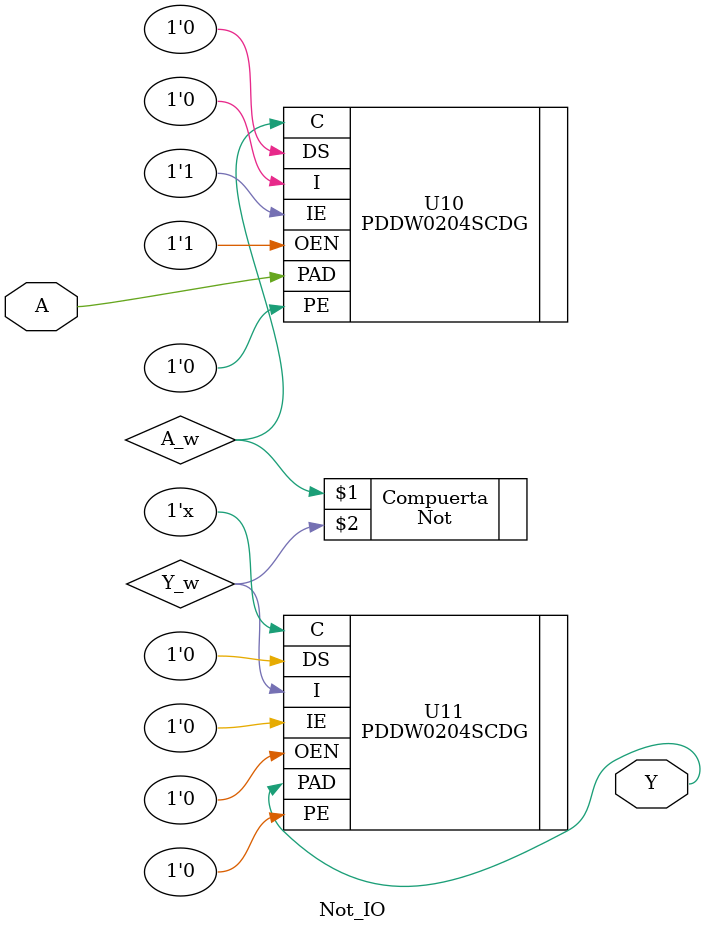
<source format=v>
module Not_IO(A, Y);
	input A;
	output Y;
	wire A_w, Y_w;

	Not Compuerta(A_w,Y_w);

	//Entradas: 
	PDDW0204SCDG U10(.I(1'b0), .DS(1'b0), .OEN(1'b1), .PAD(A), .C(A_w), .PE(1'b0), .IE(1'b1));

	//Salidas:
	PDDW0204SCDG U11(.I(Y_w), .DS(1'b0), .OEN(1'b0), .PAD(Y), .C(1'bx), .PE(1'b0), .IE(1'b0));

	//Pines de VDD y VSS
	PVDD1CDG PVDD();
	PVSS1CDG PVSS();

endmodule






</source>
